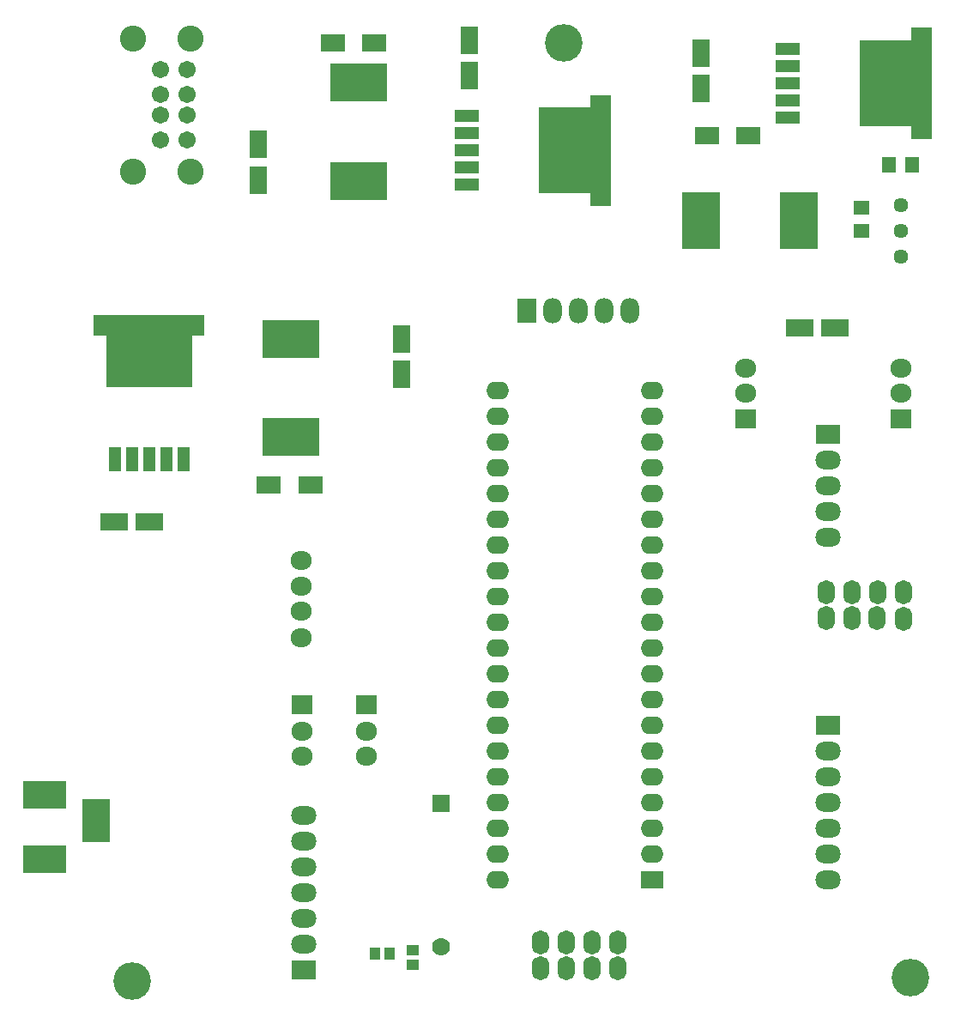
<source format=gts>
G04*
G04 #@! TF.GenerationSoftware,Altium Limited,Altium Designer,19.1.1 (5)*
G04*
G04 Layer_Color=8388736*
%FSTAX24Y24*%
%MOIN*%
G70*
G01*
G75*
%ADD35R,0.0395X0.0454*%
%ADD36R,0.0454X0.0395*%
%ADD37R,0.0710X0.1084*%
%ADD38R,0.1458X0.2206*%
%ADD39R,0.0946X0.0651*%
%ADD40R,0.1084X0.0710*%
%ADD41R,0.0630X0.0580*%
%ADD42R,0.0580X0.0630*%
%ADD43R,0.0482X0.0930*%
%ADD44R,0.3360X0.2832*%
%ADD45R,0.0566X0.0832*%
%ADD46R,0.2206X0.1458*%
%ADD47R,0.0930X0.0501*%
%ADD48R,0.0832X0.4332*%
%ADD49R,0.2080X0.3360*%
%ADD50R,0.0930X0.0482*%
%ADD51R,0.2832X0.3360*%
%ADD52R,0.0832X0.0566*%
%ADD53C,0.1460*%
%ADD54R,0.0830X0.0730*%
%ADD55O,0.0830X0.0730*%
%ADD56O,0.0980X0.0730*%
%ADD57R,0.0980X0.0730*%
%ADD58O,0.0730X0.0980*%
%ADD59R,0.0730X0.0980*%
%ADD60R,0.0700X0.0700*%
%ADD61C,0.0700*%
%ADD62R,0.1080X0.1680*%
%ADD63R,0.1680X0.1080*%
%ADD64C,0.0671*%
%ADD65C,0.1017*%
%ADD66O,0.0680X0.0940*%
%ADD67C,0.0568*%
%ADD68R,0.0880X0.0680*%
%ADD69O,0.0880X0.0680*%
D35*
X014539Y00212D02*
D03*
X01509D02*
D03*
D36*
X01599Y002246D02*
D03*
Y001694D02*
D03*
D37*
X027197Y035711D02*
D03*
Y037089D02*
D03*
X015561Y024625D02*
D03*
Y026003D02*
D03*
X0182Y037589D02*
D03*
Y036211D02*
D03*
X009991Y032163D02*
D03*
Y033541D02*
D03*
D38*
X031016Y03059D02*
D03*
X027197D02*
D03*
D39*
X029047Y033883D02*
D03*
X027433D02*
D03*
X012018Y020335D02*
D03*
X010403D02*
D03*
X012893Y0375D02*
D03*
X014507D02*
D03*
D40*
X032414Y026433D02*
D03*
X031037D02*
D03*
X005776Y0189D02*
D03*
X004398D02*
D03*
D41*
X033426Y031083D02*
D03*
Y030183D02*
D03*
D42*
X035392Y03274D02*
D03*
X034492D02*
D03*
D43*
X004418Y021335D02*
D03*
X005087D02*
D03*
X005756D02*
D03*
X006426D02*
D03*
X007095D02*
D03*
D44*
X005756Y025537D02*
D03*
D45*
X007639Y026537D02*
D03*
X003873D02*
D03*
D46*
X011261Y026003D02*
D03*
Y022184D02*
D03*
X013894Y032134D02*
D03*
Y035953D02*
D03*
D47*
X03058Y037265D02*
D03*
Y036595D02*
D03*
Y035926D02*
D03*
Y035257D02*
D03*
Y034587D02*
D03*
D48*
X035783Y035926D02*
D03*
D49*
X034407D02*
D03*
D50*
X0181Y03465D02*
D03*
Y033981D02*
D03*
Y033311D02*
D03*
Y032642D02*
D03*
Y031973D02*
D03*
D51*
X022303Y033311D02*
D03*
D52*
X023303Y031429D02*
D03*
Y035194D02*
D03*
D53*
X0051Y001065D02*
D03*
X021854Y037475D02*
D03*
X03535Y0012D02*
D03*
D54*
X034976Y02288D02*
D03*
X02894D02*
D03*
X011706Y01178D02*
D03*
X014196Y011775D02*
D03*
D55*
X034976Y02389D02*
D03*
Y02487D02*
D03*
X02894D02*
D03*
Y02389D02*
D03*
X011706Y00979D02*
D03*
Y01077D02*
D03*
X014196Y009785D02*
D03*
Y010765D02*
D03*
X011656Y0174D02*
D03*
Y01639D02*
D03*
Y01541D02*
D03*
Y0144D02*
D03*
D56*
X011756Y00649D02*
D03*
Y00449D02*
D03*
Y00349D02*
D03*
Y00249D02*
D03*
Y00549D02*
D03*
Y00749D02*
D03*
X032136Y0183D02*
D03*
Y0213D02*
D03*
Y0203D02*
D03*
Y0193D02*
D03*
Y006D02*
D03*
Y008D02*
D03*
Y009D02*
D03*
Y01D02*
D03*
Y007D02*
D03*
Y005D02*
D03*
D57*
X011756Y00149D02*
D03*
X032136Y0223D02*
D03*
Y011D02*
D03*
D58*
X024445Y027094D02*
D03*
X021445D02*
D03*
X022445D02*
D03*
X023445D02*
D03*
D59*
X020445D02*
D03*
D60*
X017111Y007955D02*
D03*
D61*
Y002404D02*
D03*
D62*
X003691Y0073D02*
D03*
D63*
X001691Y0058D02*
D03*
Y0083D02*
D03*
D64*
X006206Y036462D02*
D03*
Y035477D02*
D03*
Y03469D02*
D03*
Y033706D02*
D03*
X007234Y036462D02*
D03*
Y035477D02*
D03*
Y03469D02*
D03*
Y033706D02*
D03*
D65*
X007372Y03767D02*
D03*
Y032497D02*
D03*
X005135D02*
D03*
Y03767D02*
D03*
D66*
X032066Y016165D02*
D03*
X033066D02*
D03*
X034061Y01615D02*
D03*
X035066Y016165D02*
D03*
X035056Y015135D02*
D03*
X034046Y015155D02*
D03*
X033056D02*
D03*
X032056D02*
D03*
X023956Y00154D02*
D03*
X022956D02*
D03*
X021961Y001555D02*
D03*
X020956Y00154D02*
D03*
X020966Y00257D02*
D03*
X021976Y00255D02*
D03*
X022966D02*
D03*
X023966D02*
D03*
D67*
X034976Y029183D02*
D03*
Y030183D02*
D03*
Y031183D02*
D03*
D68*
X025311Y005D02*
D03*
D69*
Y006D02*
D03*
Y007D02*
D03*
Y008D02*
D03*
Y009D02*
D03*
Y01D02*
D03*
Y011D02*
D03*
Y012D02*
D03*
Y013D02*
D03*
Y014D02*
D03*
Y015D02*
D03*
Y016D02*
D03*
Y017D02*
D03*
Y018D02*
D03*
Y019D02*
D03*
Y02D02*
D03*
Y021D02*
D03*
Y022D02*
D03*
Y023D02*
D03*
Y024D02*
D03*
X019311Y005D02*
D03*
Y006D02*
D03*
Y007D02*
D03*
Y008D02*
D03*
Y009D02*
D03*
Y01D02*
D03*
Y011D02*
D03*
Y012D02*
D03*
Y013D02*
D03*
Y014D02*
D03*
Y015D02*
D03*
Y016D02*
D03*
Y017D02*
D03*
Y018D02*
D03*
Y019D02*
D03*
Y02D02*
D03*
Y021D02*
D03*
Y022D02*
D03*
Y023D02*
D03*
Y024D02*
D03*
M02*

</source>
